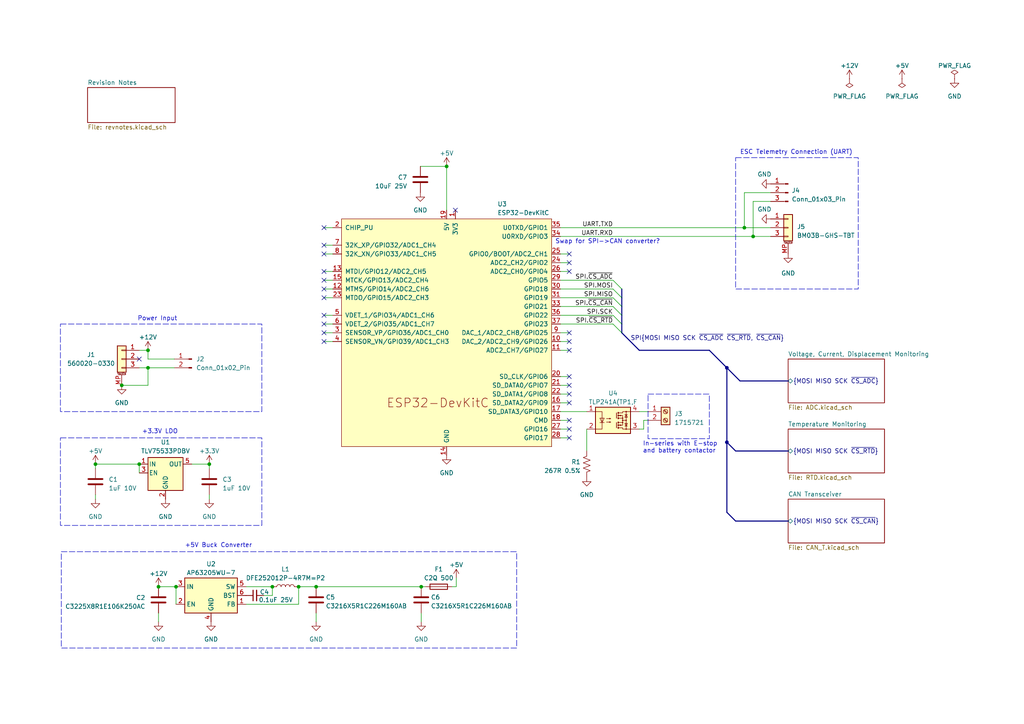
<source format=kicad_sch>
(kicad_sch (version 20230121) (generator eeschema)
  (paper "A4")
  (title_block (title "Test Stand Power Monitor") (date "2023-06-05") (rev "1.0") (comment 1 "Ed Katynski") (comment 2 "(PENDING REVIEW)"))
  (lib_symbols
    (symbol "Connector:Conn_01x02_Pin" (pin_names (offset 1.016) hide)
      (property "Reference" "J" (at 0 2.54 0))
      (property "Value" "Conn_01x02_Pin" (at 0 -5.08 0))
      (symbol "Conn_01x02_Pin_1_1"
        (polyline (pts (xy 1.27 -2.54) (xy 0.8636 -2.54)) (stroke (width 0.1524)))
        (polyline (pts (xy 1.27 0) (xy 0.8636 0)) (stroke (width 0.1524)))
        (rectangle (start 0.8636 -2.413) (end 0 -2.667) (stroke (width 0.1524)) (fill (type outline)))
        (rectangle (start 0.8636 0.127) (end 0 -0.127) (stroke (width 0.1524)) (fill (type outline)))
        (pin passive line (at 5.08 0 180) (length 3.81) (name "Pin_1") (number "1"))
        (pin passive line (at 5.08 -2.54 180) (length 3.81) (name "Pin_2") (number "2"))
      )
    )
    (symbol "Connector:Conn_01x03_Pin" (pin_names (offset 1.016) hide)
      (property "Reference" "J" (at 0 5.08 0))
      (property "Value" "Conn_01x03_Pin" (at 0 -5.08 0))
      (symbol "Conn_01x03_Pin_1_1"
        (polyline (pts (xy 1.27 -2.54) (xy 0.8636 -2.54)) (stroke (width 0.1524)))
        (polyline (pts (xy 1.27 0) (xy 0.8636 0)) (stroke (width 0.1524)))
        (polyline (pts (xy 1.27 2.54) (xy 0.8636 2.54)) (stroke (width 0.1524)))
        (rectangle (start 0.8636 -2.413) (end 0 -2.667) (stroke (width 0.1524)) (fill (type outline)))
        (rectangle (start 0.8636 0.127) (end 0 -0.127) (stroke (width 0.1524)) (fill (type outline)))
        (rectangle (start 0.8636 2.667) (end 0 2.413) (stroke (width 0.1524)) (fill (type outline)))
        (pin passive line (at 5.08 2.54 180) (length 3.81) (name "Pin_1") (number "1"))
        (pin passive line (at 5.08 0 180) (length 3.81) (name "Pin_2") (number "2"))
        (pin passive line (at 5.08 -2.54 180) (length 3.81) (name "Pin_3") (number "3"))
      )
    )
    (symbol "Connector:Screw_Terminal_01x02" (pin_names (offset 1.016) hide)
      (property "Reference" "J" (at 0 2.54 0))
      (property "Value" "Screw_Terminal_01x02" (at 0 -5.08 0))
      (symbol "Screw_Terminal_01x02_1_1"
        (rectangle (start -1.27 1.27) (end 1.27 -3.81) (stroke (width 0.254)) (fill (type background)))
        (circle (center 0 -2.54) (radius 0.635) (stroke (width 0.1524)))
        (polyline (pts (xy -0.5334 -2.2098) (xy 0.3302 -3.048)) (stroke (width 0.1524)))
        (polyline (pts (xy -0.5334 0.3302) (xy 0.3302 -0.508)) (stroke (width 0.1524)))
        (polyline (pts (xy -0.3556 -2.032) (xy 0.508 -2.8702)) (stroke (width 0.1524)))
        (polyline (pts (xy -0.3556 0.508) (xy 0.508 -0.3302)) (stroke (width 0.1524)))
        (circle (center 0 0) (radius 0.635) (stroke (width 0.1524)))
        (pin passive line (at -5.08 0 0) (length 3.81) (name "Pin_1") (number "1"))
        (pin passive line (at -5.08 -2.54 0) (length 3.81) (name "Pin_2") (number "2"))
      )
    )
    (symbol "Connector_Generic_MountingPin:Conn_01x03_MountingPin" (pin_names (offset 1.016) hide)
      (property "Reference" "J" (at 0 5.08 0))
      (property "Value" "Conn_01x03_MountingPin" (at 1.27 -5.08 0))
      (symbol "Conn_01x03_MountingPin_1_1"
        (rectangle (start -1.27 -2.413) (end 0 -2.667) (stroke (width 0.1524)))
        (rectangle (start -1.27 0.127) (end 0 -0.127) (stroke (width 0.1524)))
        (rectangle (start -1.27 2.667) (end 0 2.413) (stroke (width 0.1524)))
        (rectangle (start -1.27 3.81) (end 1.27 -3.81) (stroke (width 0.254)) (fill (type background)))
        (polyline (pts (xy -1.016 -4.572) (xy 1.016 -4.572)) (stroke (width 0.1524)))
        (text "Mounting" (at 0 -4.191 0) (effects (font (size 0.381 0.381))))
        (pin passive line (at -5.08 2.54 0) (length 3.81) (name "Pin_1") (number "1"))
        (pin passive line (at -5.08 0 0) (length 3.81) (name "Pin_2") (number "2"))
        (pin passive line (at -5.08 -2.54 0) (length 3.81) (name "Pin_3") (number "3"))
        (pin passive line (at 0 -7.62 90) (length 3.048) (name "MountPin") (number "MP"))
      )
    )
    (symbol "Device:C" (pin_numbers hide) (pin_names (offset 0.254))
      (property "Reference" "C" (at 0.635 2.54 0))
      (property "Value" "C" (at 0.635 -2.54 0))
      (symbol "C_0_1"
        (polyline (pts (xy -2.032 -0.762) (xy 2.032 -0.762)) (stroke (width 0.508)))
        (polyline (pts (xy -2.032 0.762) (xy 2.032 0.762)) (stroke (width 0.508)))
      )
      (symbol "C_1_1"
        (pin passive line (at 0 3.81 270) (length 2.794) (name "~") (number "1"))
        (pin passive line (at 0 -3.81 90) (length 2.794) (name "~") (number "2"))
      )
    )
    (symbol "Device:C_Small" (pin_numbers hide) (pin_names (offset 0.254) hide)
      (property "Reference" "C" (at 0.254 1.778 0))
      (property "Value" "C_Small" (at 0.254 -2.032 0))
      (symbol "C_Small_0_1"
        (polyline (pts (xy -1.524 -0.508) (xy 1.524 -0.508)) (stroke (width 0.3302)))
        (polyline (pts (xy -1.524 0.508) (xy 1.524 0.508)) (stroke (width 0.3048)))
      )
      (symbol "C_Small_1_1"
        (pin passive line (at 0 2.54 270) (length 2.032) (name "~") (number "1"))
        (pin passive line (at 0 -2.54 90) (length 2.032) (name "~") (number "2"))
      )
    )
    (symbol "Device:Fuse" (pin_numbers hide) (pin_names (offset 0))
      (property "Reference" "F" (at 2.032 0 90))
      (property "Value" "Fuse" (at -1.905 0 90))
      (symbol "Fuse_0_1"
        (rectangle (start -0.762 -2.54) (end 0.762 2.54) (stroke (width 0.254)))
        (polyline (pts (xy 0 2.54) (xy 0 -2.54)))
      )
      (symbol "Fuse_1_1"
        (pin passive line (at 0 3.81 270) (length 1.27) (name "~") (number "1"))
        (pin passive line (at 0 -3.81 90) (length 1.27) (name "~") (number "2"))
      )
    )
    (symbol "Device:L" (pin_numbers hide) (pin_names (offset 1.016) hide)
      (property "Reference" "L" (at -1.27 0 90))
      (property "Value" "L" (at 1.905 0 90))
      (symbol "L_0_1"
        (arc (start 0 -2.54) (mid 0.6323 -1.905) (end 0 -1.27))
        (arc (start 0 -1.27) (mid 0.6323 -0.635) (end 0 0))
        (arc (start 0 0) (mid 0.6323 0.635) (end 0 1.27))
        (arc (start 0 1.27) (mid 0.6323 1.905) (end 0 2.54))
      )
      (symbol "L_1_1"
        (pin passive line (at 0 3.81 270) (length 1.27) (name "1") (number "1"))
        (pin passive line (at 0 -3.81 90) (length 1.27) (name "2") (number "2"))
      )
    )
    (symbol "Device:R_US" (pin_numbers hide) (pin_names (offset 0))
      (property "Reference" "R" (at 2.54 0 90))
      (property "Value" "R_US" (at -2.54 0 90))
      (symbol "R_US_0_1"
        (polyline (pts (xy 0 -2.286) (xy 0 -2.54)))
        (polyline (pts (xy 0 2.286) (xy 0 2.54)))
        (polyline (pts (xy 0 -0.762) (xy 1.016 -1.143) (xy 0 -1.524) (xy -1.016 -1.905) (xy 0 -2.286)))
        (polyline (pts (xy 0 0.762) (xy 1.016 0.381) (xy 0 0) (xy -1.016 -0.381) (xy 0 -0.762)))
        (polyline (pts (xy 0 2.286) (xy 1.016 1.905) (xy 0 1.524) (xy -1.016 1.143) (xy 0 0.762)))
      )
      (symbol "R_US_1_1"
        (pin passive line (at 0 3.81 270) (length 1.27) (name "~") (number "1"))
        (pin passive line (at 0 -3.81 90) (length 1.27) (name "~") (number "2"))
      )
    )
    (symbol "Espressif:ESP32-DevKitC" (pin_names (offset 1.016))
      (property "Reference" "U" (at -30.48 38.1 0))
      (property "Value" "ESP32-DevKitC" (at -30.48 35.56 0))
      (symbol "ESP32-DevKitC_0_0"
        (text "ESP32-DevKitC" (at -2.54 -20.32 0) (effects (font (size 2.54 2.54))))
        (pin power_in line (at 0 -35.56 90) (length 2.54) (name "GND") (number "14"))
        (pin power_in line (at 0 35.56 270) (length 2.54) (name "5V") (number "19"))
      )
      (symbol "ESP32-DevKitC_0_1"
        (rectangle (start -30.48 33.02) (end 30.48 -33.02) (fill (type background)))
      )
      (symbol "ESP32-DevKitC_1_1"
        (pin power_in line (at 2.54 35.56 270) (length 2.54) (name "3V3") (number "1"))
        (pin bidirectional line (at 33.02 -2.54 180) (length 2.54) (name "DAC_2/ADC2_CH9/GPIO26") (number "10"))
        (pin bidirectional line (at 33.02 -5.08 180) (length 2.54) (name "ADC2_CH7/GPIO27") (number "11"))
        (pin bidirectional line (at -33.02 12.7 0) (length 2.54) (name "MTMS/GPIO14/ADC2_CH6") (number "12"))
        (pin bidirectional line (at -33.02 17.78 0) (length 2.54) (name "MTDI/GPIO12/ADC2_CH5") (number "13"))
        (pin bidirectional line (at -33.02 15.24 0) (length 2.54) (name "MTCK/GPIO13/ADC2_CH4") (number "15"))
        (pin bidirectional line (at 33.02 -20.32 180) (length 2.54) (name "SD_DATA2/GPIO9") (number "16"))
        (pin bidirectional line (at 33.02 -22.86 180) (length 2.54) (name "SD_DATA3/GPIO10") (number "17"))
        (pin bidirectional line (at 33.02 -25.4 180) (length 2.54) (name "CMD") (number "18"))
        (pin input line (at -33.02 30.48 0) (length 2.54) (name "CHIP_PU") (number "2"))
        (pin bidirectional line (at 33.02 -12.7 180) (length 2.54) (name "SD_CLK/GPIO6") (number "20"))
        (pin bidirectional line (at 33.02 -15.24 180) (length 2.54) (name "SD_DATA0/GPIO7") (number "21"))
        (pin bidirectional line (at 33.02 -17.78 180) (length 2.54) (name "SD_DATA1/GPIO8") (number "22"))
        (pin bidirectional line (at -33.02 10.16 0) (length 2.54) (name "MTDO/GPIO15/ADC2_CH3") (number "23"))
        (pin bidirectional line (at 33.02 20.32 180) (length 2.54) (name "ADC2_CH2/GPIO2") (number "24"))
        (pin bidirectional line (at 33.02 22.86 180) (length 2.54) (name "GPIO0/BOOT/ADC2_CH1") (number "25"))
        (pin bidirectional line (at 33.02 17.78 180) (length 2.54) (name "ADC2_CH0/GPIO4") (number "26"))
        (pin bidirectional line (at 33.02 -27.94 180) (length 2.54) (name "GPIO16") (number "27"))
        (pin bidirectional line (at 33.02 -30.48 180) (length 2.54) (name "GPIO17") (number "28"))
        (pin bidirectional line (at 33.02 15.24 180) (length 2.54) (name "GPIO5") (number "29"))
        (pin input line (at -33.02 0 0) (length 2.54) (name "SENSOR_VP/GPIO36/ADC1_CH0") (number "3"))
        (pin bidirectional line (at 33.02 12.7 180) (length 2.54) (name "GPIO18") (number "30"))
        (pin bidirectional line (at 33.02 10.16 180) (length 2.54) (name "GPIO19") (number "31"))
        (pin passive line (at 0 -35.56 90) (length 2.54) hide (name "GND") (number "32"))
        (pin bidirectional line (at 33.02 7.62 180) (length 2.54) (name "GPIO21") (number "33"))
        (pin bidirectional line (at 33.02 27.94 180) (length 2.54) (name "U0RXD/GPIO3") (number "34"))
        (pin bidirectional line (at 33.02 30.48 180) (length 2.54) (name "U0TXD/GPIO1") (number "35"))
        (pin bidirectional line (at 33.02 5.08 180) (length 2.54) (name "GPIO22") (number "36"))
        (pin bidirectional line (at 33.02 2.54 180) (length 2.54) (name "GPIO23") (number "37"))
        (pin passive line (at 0 -35.56 90) (length 2.54) hide (name "GND") (number "38"))
        (pin input line (at -33.02 -2.54 0) (length 2.54) (name "SENSOR_VN/GPIO39/ADC1_CH3") (number "4"))
        (pin input line (at -33.02 5.08 0) (length 2.54) (name "VDET_1/GPIO34/ADC1_CH6") (number "5"))
        (pin input line (at -33.02 2.54 0) (length 2.54) (name "VDET_2/GPIO35/ADC1_CH7") (number "6"))
        (pin bidirectional line (at -33.02 25.4 0) (length 2.54) (name "32K_XP/GPIO32/ADC1_CH4") (number "7"))
        (pin bidirectional line (at -33.02 22.86 0) (length 2.54) (name "32K_XN/GPIO33/ADC1_CH5") (number "8"))
        (pin bidirectional line (at 33.02 0 180) (length 2.54) (name "DAC_1/ADC2_CH8/GPIO25") (number "9"))
      )
    )
    (symbol "Regulator_Linear:TLV75533PDBV" (pin_names (offset 0.254))
      (property "Reference" "U" (at -3.81 5.715 0))
      (property "Value" "TLV75533PDBV" (at 0 5.715 0))
      (symbol "TLV75533PDBV_0_1"
        (rectangle (start -5.08 4.445) (end 5.08 -5.08) (stroke (width 0.254)) (fill (type background)))
      )
      (symbol "TLV75533PDBV_1_1"
        (pin power_in line (at -7.62 2.54 0) (length 2.54) (name "IN") (number "1"))
        (pin power_in line (at 0 -7.62 90) (length 2.54) (name "GND") (number "2"))
        (pin input line (at -7.62 0 0) (length 2.54) (name "EN") (number "3"))
        (pin no_connect line (at 5.08 0 180) (length 2.54) hide (name "NC") (number "4"))
        (pin power_out line (at 7.62 2.54 180) (length 2.54) (name "OUT") (number "5"))
      )
    )
    (symbol "Regulator_Switching:AP63205WU"
      (property "Reference" "U" (at -7.62 6.35 0))
      (property "Value" "AP63205WU" (at 2.54 6.35 0))
      (symbol "AP63205WU_0_1"
        (rectangle (start -7.62 5.08) (end 7.62 -5.08) (stroke (width 0.254)) (fill (type background)))
      )
      (symbol "AP63205WU_1_1"
        (pin input line (at 10.16 -2.54 180) (length 2.54) (name "FB") (number "1"))
        (pin input line (at -10.16 -2.54 0) (length 2.54) (name "EN") (number "2"))
        (pin power_in line (at -10.16 2.54 0) (length 2.54) (name "IN") (number "3"))
        (pin power_in line (at 0 -7.62 90) (length 2.54) (name "GND") (number "4"))
        (pin output line (at 10.16 2.54 180) (length 2.54) (name "SW") (number "5"))
        (pin passive line (at 10.16 0 180) (length 2.54) (name "BST") (number "6"))
      )
    )
    (symbol "Relay_SolidState:TLP222A"
      (property "Reference" "U" (at -5.08 5.08 0))
      (property "Value" "TLP222A" (at 0 5.08 0))
      (symbol "TLP222A_0_1"
        (rectangle (start -5.08 3.81) (end 5.08 -3.81) (stroke (width 0.254)) (fill (type background)))
        (polyline (pts (xy -3.81 -0.635) (xy -2.54 -0.635)))
        (polyline (pts (xy 1.016 -0.635) (xy 1.016 -2.159)) (stroke (width 0.2032)))
        (polyline (pts (xy 1.016 2.159) (xy 1.016 0.635)) (stroke (width 0.2032)))
        (polyline (pts (xy 1.524 -0.508) (xy 1.524 -0.762)) (stroke (width 0.3556)))
        (polyline (pts (xy 2.794 0) (xy 3.81 0)))
        (polyline (pts (xy 3.429 -1.651) (xy 4.191 -1.651)))
        (polyline (pts (xy 3.429 1.651) (xy 4.191 1.651)))
        (polyline (pts (xy 3.81 -2.54) (xy 3.81 2.54)))
        (polyline (pts (xy 1.524 -2.032) (xy 1.524 -2.286) (xy 1.524 -2.286)) (stroke (width 0.3556)))
        (polyline (pts (xy 1.524 -1.27) (xy 1.524 -1.524) (xy 1.524 -1.524)) (stroke (width 0.3556)))
        (polyline (pts (xy 1.524 0.762) (xy 1.524 0.508) (xy 1.524 0.508)) (stroke (width 0.3556)))
        (polyline (pts (xy 1.524 1.524) (xy 1.524 1.27) (xy 1.524 1.27)) (stroke (width 0.3556)))
        (polyline (pts (xy 1.524 2.286) (xy 1.524 2.032) (xy 1.524 2.032)) (stroke (width 0.3556)))
        (polyline (pts (xy 1.651 -1.397) (xy 2.794 -1.397) (xy 2.794 -0.635)))
        (polyline (pts (xy 1.651 1.397) (xy 2.794 1.397) (xy 2.794 0.635)))
        (polyline (pts (xy -5.08 2.54) (xy -3.175 2.54) (xy -3.175 -2.54) (xy -5.08 -2.54)))
        (polyline (pts (xy -3.175 -0.635) (xy -3.81 0.635) (xy -2.54 0.635) (xy -3.175 -0.635)))
        (polyline (pts (xy 1.651 -2.159) (xy 2.794 -2.159) (xy 2.794 -2.54) (xy 5.08 -2.54)))
        (polyline (pts (xy 1.651 -0.635) (xy 2.794 -0.635) (xy 2.794 0.635) (xy 1.651 0.635)))
        (polyline (pts (xy 1.651 2.159) (xy 2.794 2.159) (xy 2.794 2.54) (xy 5.08 2.54)))
        (polyline (pts (xy 1.778 -1.397) (xy 2.286 -1.27) (xy 2.286 -1.524) (xy 1.778 -1.397)))
        (polyline (pts (xy 1.778 1.397) (xy 2.286 1.524) (xy 2.286 1.27) (xy 1.778 1.397)))
        (polyline (pts (xy 3.81 -1.651) (xy 3.429 -0.889) (xy 4.191 -0.889) (xy 3.81 -1.651)))
        (polyline (pts (xy 3.81 1.651) (xy 3.429 0.889) (xy 4.191 0.889) (xy 3.81 1.651)))
        (polyline (pts (xy -1.905 -0.508) (xy -0.635 -0.508) (xy -1.016 -0.635) (xy -1.016 -0.381) (xy -0.635 -0.508)))
        (polyline (pts (xy -1.905 0.508) (xy -0.635 0.508) (xy -1.016 0.381) (xy -1.016 0.635) (xy -0.635 0.508)))
        (circle (center 2.794 -0.635) (radius 0.127))
        (circle (center 2.794 0) (radius 0.127))
        (circle (center 2.794 0.635) (radius 0.127))
        (circle (center 3.81 -2.54) (radius 0.127))
        (circle (center 3.81 0) (radius 0.127))
        (circle (center 3.81 2.54) (radius 0.127))
      )
      (symbol "TLP222A_1_1"
        (pin passive line (at -7.62 2.54 0) (length 2.54) (name "~") (number "1"))
        (pin passive line (at -7.62 -2.54 0) (length 2.54) (name "~") (number "2"))
        (pin passive line (at 7.62 -2.54 180) (length 2.54) (name "~") (number "3"))
        (pin passive line (at 7.62 2.54 180) (length 2.54) (name "~") (number "4"))
      )
    )
    (symbol "power:+12V" (power) (pin_names (offset 0))
      (property "Value" "+12V" (at 0 3.556 0))
      (symbol "+12V_0_1"
        (polyline (pts (xy -0.762 1.27) (xy 0 2.54)))
        (polyline (pts (xy 0 0) (xy 0 2.54)))
        (polyline (pts (xy 0 2.54) (xy 0.762 1.27)))
      )
      (symbol "+12V_1_1"
        (pin power_in line (at 0 0 90) (length 0) hide (name "+12V") (number "1"))
      )
    )
    (symbol "power:+3.3V" (power) (pin_names (offset 0))
      (property "Value" "+3.3V" (at 0 3.556 0))
      (symbol "+3.3V_0_1"
        (polyline (pts (xy -0.762 1.27) (xy 0 2.54)))
        (polyline (pts (xy 0 0) (xy 0 2.54)))
        (polyline (pts (xy 0 2.54) (xy 0.762 1.27)))
      )
      (symbol "+3.3V_1_1"
        (pin power_in line (at 0 0 90) (length 0) hide (name "+3.3V") (number "1"))
      )
    )
    (symbol "power:+5V" (power) (pin_names (offset 0))
      (property "Value" "+5V" (at 0 3.556 0))
      (symbol "+5V_0_1"
        (polyline (pts (xy -0.762 1.27) (xy 0 2.54)))
        (polyline (pts (xy 0 0) (xy 0 2.54)))
        (polyline (pts (xy 0 2.54) (xy 0.762 1.27)))
      )
      (symbol "+5V_1_1"
        (pin power_in line (at 0 0 90) (length 0) hide (name "+5V") (number "1"))
      )
    )
    (symbol "power:GND" (power) (pin_names (offset 0))
      (property "Value" "GND" (at 0 -3.81 0))
      (symbol "GND_0_1"
        (polyline (pts (xy 0 0) (xy 0 -1.27) (xy 1.27 -1.27) (xy 0 -2.54) (xy -1.27 -1.27) (xy 0 -1.27)))
      )
      (symbol "GND_1_1"
        (pin power_in line (at 0 0 270) (length 0) hide (name "GND") (number "1"))
      )
    )
    (symbol "power:PWR_FLAG" (power) (pin_numbers hide) (pin_names (offset 0) hide)
      (property "Value" "PWR_FLAG" (at 0 3.81 0))
      (symbol "PWR_FLAG_0_0"
        (pin power_out line (at 0 0 90) (length 0) (name "pwr") (number "1"))
      )
      (symbol "PWR_FLAG_0_1"
        (polyline (pts (xy 0 0) (xy 0 1.27) (xy -1.016 1.905) (xy 0 2.54) (xy 1.016 1.905) (xy 0 1.27)))
      )
    )
  )
  (junction (at 27.686 134.62))
  (junction (at 42.926 106.68))
  (junction (at 210.82 128.27))
  (junction (at 91.694 170.18))
  (junction (at 218.44 68.58))
  (junction (at 215.9 66.04))
  (junction (at 42.926 101.6))
  (junction (at 40.386 134.62))
  (junction (at 129.54 48.26))
  (junction (at 78.994 170.18))
  (junction (at 35.306 111.76))
  (junction (at 210.82 106.68))
  (junction (at 60.706 134.62))
  (junction (at 45.974 170.18))
  (junction (at 86.614 170.18))
  (junction (at 122.174 170.18))
  (junction (at 51.054 170.18))
  (no_connect (at 165.1 114.3))
  (no_connect (at 93.98 73.66))
  (no_connect (at 132.08 60.96))
  (no_connect (at 165.1 76.2))
  (no_connect (at 165.1 124.46))
  (no_connect (at 93.98 83.82))
  (no_connect (at 93.98 91.44))
  (no_connect (at 165.1 111.76))
  (no_connect (at 93.98 99.06))
  (no_connect (at 165.1 127))
  (no_connect (at 165.1 73.66))
  (no_connect (at 165.1 109.22))
  (no_connect (at 40.386 104.14))
  (no_connect (at 165.1 101.6))
  (no_connect (at 165.1 96.52))
  (no_connect (at 93.98 66.04))
  (no_connect (at 93.98 78.74))
  (no_connect (at 93.98 81.28))
  (no_connect (at 93.98 96.52))
  (no_connect (at 93.98 93.98))
  (no_connect (at 93.98 86.36))
  (no_connect (at 165.1 116.84))
  (no_connect (at 165.1 121.92))
  (no_connect (at 165.1 78.74))
  (no_connect (at 165.1 99.06))
  (no_connect (at 93.98 71.12))
  (bus_entry (at 177.8 93.98) (size 2.54 2.54))
  (bus_entry (at 177.8 91.44) (size 2.54 2.54))
  (bus_entry (at 177.8 88.9) (size 2.54 2.54))
  (bus_entry (at 177.8 81.28) (size 2.54 2.54))
  (bus_entry (at 177.8 83.82) (size 2.54 2.54))
  (bus_entry (at 177.8 86.36) (size 2.54 2.54))
  (bus (pts (xy 205.74 101.6) (xy 210.82 106.68)))
  (wire (pts (xy 93.98 99.06) (xy 96.52 99.06)))
  (wire (pts (xy 42.926 106.68) (xy 50.546 106.68)))
  (bus (pts (xy 213.36 130.81) (xy 210.82 128.27)))
  (wire (pts (xy 76.454 172.72) (xy 78.994 172.72)))
  (wire (pts (xy 86.614 170.18) (xy 91.694 170.18)))
  (wire (pts (xy 40.386 134.62) (xy 40.386 137.16)))
  (wire (pts (xy 27.686 134.62) (xy 40.386 134.62)))
  (bus (pts (xy 213.36 151.13) (xy 228.6 151.13)))
  (bus (pts (xy 185.42 101.6) (xy 205.74 101.6)))
  (wire (pts (xy 42.926 106.68) (xy 42.926 111.76)))
  (wire (pts (xy 55.626 134.62) (xy 60.706 134.62)))
  (wire (pts (xy 27.686 144.78) (xy 27.686 143.51)))
  (bus (pts (xy 210.82 106.68) (xy 214.63 110.49)))
  (wire (pts (xy 162.56 93.98) (xy 177.8 93.98)))
  (wire (pts (xy 93.98 66.04) (xy 96.52 66.04)))
  (wire (pts (xy 186.69 124.46) (xy 185.42 124.46)))
  (wire (pts (xy 162.56 88.9) (xy 177.8 88.9)))
  (wire (pts (xy 42.926 104.14) (xy 50.546 104.14)))
  (bus (pts (xy 180.34 93.98) (xy 180.34 96.52)))
  (bus (pts (xy 210.82 106.68) (xy 210.82 128.27)))
  (bus (pts (xy 210.82 148.59) (xy 213.36 151.13)))
  (wire (pts (xy 162.56 66.04) (xy 215.9 66.04)))
  (wire (pts (xy 165.1 116.84) (xy 162.56 116.84)))
  (wire (pts (xy 93.98 81.28) (xy 96.52 81.28)))
  (wire (pts (xy 42.926 106.68) (xy 40.386 106.68)))
  (wire (pts (xy 78.994 170.18) (xy 71.374 170.18)))
  (wire (pts (xy 218.44 68.58) (xy 223.52 68.58)))
  (wire (pts (xy 215.9 55.88) (xy 215.9 66.04)))
  (wire (pts (xy 60.706 144.78) (xy 60.706 143.51)))
  (wire (pts (xy 93.98 86.36) (xy 96.52 86.36)))
  (wire (pts (xy 162.56 68.58) (xy 218.44 68.58)))
  (bus (pts (xy 228.6 130.81) (xy 213.36 130.81)))
  (bus (pts (xy 180.34 83.82) (xy 180.34 86.36)))
  (wire (pts (xy 129.54 60.96) (xy 129.54 48.26)))
  (wire (pts (xy 185.42 119.38) (xy 187.96 119.38)))
  (bus (pts (xy 180.34 86.36) (xy 180.34 88.9)))
  (wire (pts (xy 218.44 58.42) (xy 218.44 68.58)))
  (wire (pts (xy 165.1 124.46) (xy 162.56 124.46)))
  (wire (pts (xy 162.56 119.38) (xy 170.18 119.38)))
  (wire (pts (xy 165.1 121.92) (xy 162.56 121.92)))
  (wire (pts (xy 122.174 180.34) (xy 122.174 177.8)))
  (wire (pts (xy 165.1 78.74) (xy 162.56 78.74)))
  (wire (pts (xy 186.69 121.92) (xy 186.69 124.46)))
  (wire (pts (xy 215.9 55.88) (xy 223.52 55.88)))
  (wire (pts (xy 165.1 73.66) (xy 162.56 73.66)))
  (wire (pts (xy 165.1 111.76) (xy 162.56 111.76)))
  (wire (pts (xy 27.686 135.89) (xy 27.686 134.62)))
  (wire (pts (xy 42.926 101.6) (xy 42.926 104.14)))
  (wire (pts (xy 187.96 121.92) (xy 186.69 121.92)))
  (wire (pts (xy 162.56 86.36) (xy 177.8 86.36)))
  (wire (pts (xy 162.56 81.28) (xy 177.8 81.28)))
  (bus (pts (xy 228.6 110.49) (xy 214.63 110.49)))
  (wire (pts (xy 165.1 96.52) (xy 162.56 96.52)))
  (wire (pts (xy 215.9 66.04) (xy 223.52 66.04)))
  (wire (pts (xy 122.174 170.18) (xy 123.444 170.18)))
  (wire (pts (xy 132.334 170.18) (xy 131.064 170.18)))
  (wire (pts (xy 165.1 76.2) (xy 162.56 76.2)))
  (wire (pts (xy 45.974 180.34) (xy 45.974 177.8)))
  (wire (pts (xy 165.1 99.06) (xy 162.56 99.06)))
  (wire (pts (xy 132.334 167.64) (xy 132.334 170.18)))
  (wire (pts (xy 162.56 91.44) (xy 177.8 91.44)))
  (wire (pts (xy 93.98 73.66) (xy 96.52 73.66)))
  (wire (pts (xy 91.694 180.34) (xy 91.694 177.8)))
  (wire (pts (xy 91.694 170.18) (xy 122.174 170.18)))
  (wire (pts (xy 93.98 78.74) (xy 96.52 78.74)))
  (bus (pts (xy 180.34 96.52) (xy 185.42 101.6)))
  (wire (pts (xy 165.1 101.6) (xy 162.56 101.6)))
  (wire (pts (xy 86.614 175.26) (xy 86.614 170.18)))
  (bus (pts (xy 210.82 128.27) (xy 210.82 148.59)))
  (wire (pts (xy 165.1 127) (xy 162.56 127)))
  (wire (pts (xy 40.386 101.6) (xy 42.926 101.6)))
  (wire (pts (xy 71.374 175.26) (xy 86.614 175.26)))
  (bus (pts (xy 180.34 88.9) (xy 180.34 91.44)))
  (wire (pts (xy 129.54 48.26) (xy 121.92 48.26)))
  (wire (pts (xy 93.98 91.44) (xy 96.52 91.44)))
  (wire (pts (xy 35.306 111.76) (xy 42.926 111.76)))
  (bus (pts (xy 180.34 91.44) (xy 180.34 93.98)))
  (wire (pts (xy 51.054 170.18) (xy 51.054 175.26)))
  (wire (pts (xy 165.1 114.3) (xy 162.56 114.3)))
  (wire (pts (xy 78.994 172.72) (xy 78.994 170.18)))
  (wire (pts (xy 170.18 130.81) (xy 170.18 124.46)))
  (wire (pts (xy 162.56 83.82) (xy 177.8 83.82)))
  (wire (pts (xy 165.1 109.22) (xy 162.56 109.22)))
  (wire (pts (xy 218.44 58.42) (xy 223.52 58.42)))
  (wire (pts (xy 60.706 134.62) (xy 60.706 135.89)))
  (wire (pts (xy 93.98 93.98) (xy 96.52 93.98)))
  (wire (pts (xy 45.974 170.18) (xy 51.054 170.18)))
  (wire (pts (xy 93.98 96.52) (xy 96.52 96.52)))
  (wire (pts (xy 93.98 71.12) (xy 96.52 71.12)))
  (wire (pts (xy 93.98 83.82) (xy 96.52 83.82)))
  (rectangle (start 213.36 45.72) (end 248.92 83.82) (stroke (width 0) (type dash)))
  (rectangle (start 17.526 93.98) (end 75.946 119.38) (stroke (width 0) (type dash)))
  (rectangle (start 17.526 127) (end 75.946 152.4) (stroke (width 0) (type dash)))
  (rectangle (start 17.78 160.02) (end 149.86 187.96) (stroke (width 0) (type dash)))
  (rectangle (start 187.96 114.3) (end 205.74 127.254) (stroke (width 0) (type dash)))
  (text "In-series with E-stop\nand battery contactor" (at 186.436 131.572 0) (effects (font (size 1.27 1.27)) (justify left bottom)))
  (text "Power Input" (at 39.878 93.218 0) (effects (font (size 1.27 1.27)) (justify left bottom)))
  (text "+3.3V LDO" (at 41.148 125.984 0) (effects (font (size 1.27 1.27)) (justify left bottom)))
  (text "ESC Telemetry Connection (UART)" (at 214.63 44.958 0) (effects (font (size 1.27 1.27)) (justify left bottom)))
  (text "+5V Buck Converter" (at 53.594 159.004 0) (effects (font (size 1.27 1.27)) (justify left bottom)))
  (text "Swap for SPI->CAN converter?" (at 161.036 70.866 0) (effects (font (size 1.27 1.27)) (justify left bottom)))
  (label "SPI.~{CS_ADC}" (at 177.8 81.28 180))
  (label "SPI.~{CS_CAN}" (at 177.8 88.9 180))
  (label "SPI.SCK" (at 177.8 91.44 180))
  (label "SPI.~{CS_RTD}" (at 177.8 93.98 180))
  (label "UART.RXD" (at 177.8 68.58 180))
  (label "UART.TXD" (at 177.8 66.04 180))
  (label "SPI{MOSI MISO SCK ~{CS_ADC} ~{CS_RTD}, ~{CS_CAN}}" (at 182.88 99.06 0))
  (label "SPI.MOSI" (at 177.8 83.82 180))
  (label "SPI.MISO" (at 177.8 86.36 180))
  (symbol (lib_id "power:PWR_FLAG") (at 246.38 22.86 0) (mirror x) (unit 1)
    (property "Reference" "#FLG01" (effects hide))
    (property "Value" "PWR_FLAG" (at 246.38 27.94 0))
  )
  (symbol (lib_id "Device:C") (at 121.92 52.07 0) (mirror y) (unit 1)
    (property "Reference" "C7" (at 118.11 51.435 0) (effects (justify left)))
    (property "Value" "10uF 25V" (at 118.11 53.975 0) (effects (justify left)))
    (property "Footprint" "Capacitor_SMD:C_0603_1608Metric_Pad1.08x0.95mm_HandSolder" (effects hide))
  )
  (symbol (lib_id "Connector_Generic_MountingPin:Conn_01x03_MountingPin") (at 228.6 66.04 0) (unit 1)
    (property "Reference" "J5" (at 231.14 65.7606 0) (effects (justify left)))
    (property "Value" "BM03B-GHS-TBT" (at 231.14 68.3006 0) (effects (justify left)))
    (property "Footprint" "Connector_JST:JST_GH_BM03B-GHS-TBT_1x03-1MP_P1.25mm_Vertical" (effects hide))
    (property "Datasheet" "https://www.jst-mfg.com/product/pdf/eng/eGH.pdf" (effects hide))
  )
  (symbol (lib_id "power:GND") (at 61.214 180.34 0) (unit 1)
    (property "Reference" "#PWR08" (effects hide))
    (property "Value" "GND" (at 61.214 185.42 0))
  )
  (symbol (lib_id "Device:C_Small") (at 73.914 172.72 90) (unit 1)
    (property "Reference" "C4" (at 76.708 171.704 90))
    (property "Value" "0.1uF 25V" (at 80.01 173.99 90))
    (property "Footprint" "Capacitor_SMD:C_0402_1005Metric_Pad0.74x0.62mm_HandSolder" (effects hide))
  )
  (symbol (lib_id "Device:L") (at 82.804 170.18 90) (unit 1)
    (property "Reference" "L1" (at 82.804 165.1 90))
    (property "Value" "DFE252012P-4R7M=P2" (at 82.804 167.64 90))
    (property "Footprint" "Inductor_SMD:L_1008_2520Metric_Pad1.43x2.20mm_HandSolder" (effects hide))
    (property "Datasheet" "https://www.murata.com/~/media/webrenewal/products/inductor/chip/tokoproducts/wirewoundmetalalloychiptype/m_dfe252012p.ashx" (effects hide))
  )
  (symbol (lib_id "Device:C") (at 122.174 173.99 0) (unit 1)
    (property "Reference" "C6" (at 124.968 173.228 0) (effects (justify left)))
    (property "Value" "C3216X5R1C226M160AB" (at 124.968 175.768 0) (effects (justify left)))
    (property "Footprint" "Capacitor_SMD:C_1206_3216Metric" (effects hide))
    (property "Datasheet" "https://product.tdk.com/system/files/dam/doc/product/capacitor/ceramic/mlcc/catalog/mlcc_commercial_general_en.pdf" (effects hide))
  )
  (symbol (lib_id "Device:R_US") (at 170.18 134.62 0) (mirror y) (unit 1)
    (property "Reference" "R1" (at 168.402 133.985 0) (effects (justify left)))
    (property "Value" "267R 0.5%" (at 168.402 136.525 0) (effects (justify left)))
    (property "Footprint" "Resistor_SMD:R_0402_1005Metric_Pad0.72x0.64mm_HandSolder" (effects hide))
  )
  (symbol (lib_id "power:GND") (at 48.006 144.78 0) (unit 1)
    (property "Reference" "#PWR07" (effects hide))
    (property "Value" "GND" (at 48.006 149.86 0))
  )
  (symbol (lib_id "power:PWR_FLAG") (at 261.62 22.86 0) (mirror x) (unit 1)
    (property "Reference" "#FLG02" (effects hide))
    (property "Value" "PWR_FLAG" (at 261.62 27.94 0))
  )
  (symbol (lib_id "power:GND") (at 121.92 55.88 0) (unit 1)
    (property "Reference" "#PWR014" (effects hide))
    (property "Value" "GND" (at 121.92 60.96 0))
  )
  (symbol (lib_id "Connector:Conn_01x03_Pin") (at 228.6 55.88 0) (mirror y) (unit 1)
    (property "Reference" "J4" (at 229.616 55.245 0) (effects (justify right)))
    (property "Value" "Conn_01x03_Pin" (at 229.616 57.785 0) (effects (justify right)))
    (property "Footprint" "Connector_PinHeader_2.54mm:PinHeader_1x03_P2.54mm_Vertical" (effects hide))
  )
  (symbol (lib_id "Regulator_Switching:AP63205WU") (at 61.214 172.72 0) (unit 1)
    (property "Reference" "U2" (at 61.214 163.576 0))
    (property "Value" "AP63205WU-7" (at 61.214 166.116 0))
    (property "Footprint" "Package_TO_SOT_SMD:TSOT-23-6" (effects hide))
    (property "Datasheet" "https://www.diodes.com/assets/Datasheets/AP63200-AP63201-AP63203-AP63205.pdf" (effects hide))
  )
  (symbol (lib_id "power:+5V") (at 132.334 167.64 0) (unit 1)
    (property "Reference" "#PWR013" (effects hide))
    (property "Value" "+5V" (at 132.334 163.83 0))
  )
  (symbol (lib_id "power:GND") (at 228.6 73.66 0) (unit 1)
    (property "Reference" "#PWR020" (effects hide))
    (property "Value" "GND" (at 228.6 79.248 0))
  )
  (symbol (lib_id "Connector_Generic_MountingPin:Conn_01x03_MountingPin") (at 35.306 104.14 0) (mirror y) (unit 1)
    (property "Reference" "J1" (at 26.416 102.87 0))
    (property "Value" "560020-0330" (at 26.416 105.41 0))
    (property "Footprint" "connector:MOLEX_5600200330" (effects hide))
    (property "Datasheet" "https://www.literature.molex.com/SQLImages/kelmscott/Molex/PDF_Images/987650-8742.PDF" (effects hide))
  )
  (symbol (lib_id "Device:Fuse") (at 127.254 170.18 90) (unit 1)
    (property "Reference" "F1" (at 127.254 165.1 90))
    (property "Value" "C2Q 500" (at 127.254 167.64 90))
    (property "Footprint" "Fuse:Fuse_0603_1608Metric" (effects hide))
    (property "Datasheet" "https://www.belfuse.com/resources/datasheets/circuitprotection/ds-cp-c2q-series.pdf" (effects hide))
  )
  (symbol (lib_id "power:+3.3V") (at 60.706 134.62 0) (unit 1)
    (property "Reference" "#PWR09" (effects hide))
    (property "Value" "+3.3V" (at 60.706 130.81 0))
  )
  (symbol (lib_id "Device:C") (at 45.974 173.99 0) (mirror y) (unit 1)
    (property "Reference" "C2" (at 42.164 173.355 0) (effects (justify left)))
    (property "Value" "C3225X8R1E106K250AC" (at 42.164 175.895 0) (effects (justify left)))
    (property "Footprint" "Capacitor_SMD:C_1210_3225Metric" (effects hide))
    (property "Datasheet" "https://product.tdk.com/system/files/dam/doc/product/capacitor/ceramic/mlcc/catalog/mlcc_commercial_hightemp_en.pdf" (effects hide))
  )
  (symbol (lib_id "power:+5V") (at 27.686 134.62 0) (unit 1)
    (property "Reference" "#PWR01" (effects hide))
    (property "Value" "+5V" (at 27.686 130.81 0))
  )
  (symbol (lib_id "power:GND") (at 223.52 63.5 270) (unit 1)
    (property "Reference" "#PWR019" (effects hide))
    (property "Value" "GND" (at 223.774 60.706 90) (effects (justify right)))
  )
  (symbol (lib_id "power:+12V") (at 246.38 22.86 0) (unit 1)
    (property "Reference" "#PWR021" (effects hide))
    (property "Value" "+12V" (at 246.38 19.05 0))
  )
  (symbol (lib_id "Device:C") (at 60.706 139.7 0) (unit 1)
    (property "Reference" "C3" (at 64.516 139.065 0) (effects (justify left)))
    (property "Value" "1uF 10V" (at 64.516 141.605 0) (effects (justify left)))
    (property "Footprint" "Capacitor_SMD:C_0603_1608Metric_Pad1.08x0.95mm_HandSolder" (effects hide))
  )
  (symbol (lib_id "Connector:Conn_01x02_Pin") (at 55.626 104.14 0) (mirror y) (unit 1)
    (property "Reference" "J2" (at 56.896 104.14 0) (effects (justify right)))
    (property "Value" "Conn_01x02_Pin" (at 56.896 106.68 0) (effects (justify right)))
    (property "Footprint" "Connector_PinHeader_2.54mm:PinHeader_1x02_P2.54mm_Vertical" (effects hide))
  )
  (symbol (lib_id "Espressif:ESP32-DevKitC") (at 129.54 96.52 0) (unit 1)
    (property "Reference" "U3" (at 144.272 59.182 0) (effects (justify left)))
    (property "Value" "ESP32-DevKitC" (at 144.272 61.722 0) (effects (justify left)))
    (property "Footprint" "Espressif:ESP32-DevKitC" (effects hide))
    (property "Datasheet" "https://docs.espressif.com/projects/esp-idf/zh_CN/latest/esp32/hw-reference/esp32/get-started-devkitc.html" (effects hide))
  )
  (symbol (lib_id "power:GND") (at 60.706 144.78 0) (unit 1)
    (property "Reference" "#PWR010" (effects hide))
    (property "Value" "GND" (at 60.706 149.86 0))
  )
  (symbol (lib_id "power:GND") (at 35.306 111.76 0) (unit 1)
    (property "Reference" "#PWR05" (effects hide))
    (property "Value" "GND" (at 35.306 116.84 0))
  )
  (symbol (lib_id "power:+12V") (at 42.926 101.6 0) (unit 1)
    (property "Reference" "#PWR06" (effects hide))
    (property "Value" "+12V" (at 42.926 97.79 0))
  )
  (symbol (lib_id "Regulator_Linear:TLV75533PDBV") (at 48.006 137.16 0) (unit 1)
    (property "Reference" "U1" (at 48.006 128.27 0))
    (property "Value" "TLV75533PDBV" (at 48.006 130.81 0))
    (property "Footprint" "Package_TO_SOT_SMD:SOT-23-5" (effects hide))
    (property "Datasheet" "http://www.ti.com/lit/ds/symlink/tlv755p.pdf" (effects hide))
  )
  (symbol (lib_id "power:GND") (at 27.686 144.78 0) (unit 1)
    (property "Reference" "#PWR02" (effects hide))
    (property "Value" "GND" (at 27.686 149.86 0))
  )
  (symbol (lib_id "power:GND") (at 276.86 22.86 0) (unit 1)
    (property "Reference" "#PWR023" (effects hide))
    (property "Value" "GND" (at 276.86 27.94 0))
  )
  (symbol (lib_id "power:+12V") (at 45.974 170.18 0) (unit 1)
    (property "Reference" "#PWR03" (effects hide))
    (property "Value" "+12V" (at 45.974 166.37 0))
  )
  (symbol (lib_id "Relay_SolidState:TLP222A") (at 177.8 121.92 0) (unit 1)
    (property "Reference" "U4" (at 177.8 114.046 0))
    (property "Value" "TLP241A(TP1,F" (at 177.8 116.586 0))
    (property "Footprint" "OptoDevice:OnSemi_CASE100CY" (effects hide))
    (property "Datasheet" "https://toshiba.semicon-storage.com/info/TLP241A_datasheet_en_20200217.pdf?did=14237&prodName=TLP241A" (effects hide))
  )
  (symbol (lib_id "power:PWR_FLAG") (at 276.86 22.86 0) (unit 1)
    (property "Reference" "#FLG03" (effects hide))
    (property "Value" "PWR_FLAG" (at 276.86 19.05 0))
  )
  (symbol (lib_id "power:+5V") (at 129.54 48.26 0) (unit 1)
    (property "Reference" "#PWR015" (effects hide))
    (property "Value" "+5V" (at 129.54 44.45 0))
  )
  (symbol (lib_id "Device:C") (at 91.694 173.99 0) (unit 1)
    (property "Reference" "C5" (at 94.488 173.228 0) (effects (justify left)))
    (property "Value" "C3216X5R1C226M160AB" (at 94.488 175.768 0) (effects (justify left)))
    (property "Footprint" "Capacitor_SMD:C_1206_3216Metric" (effects hide))
    (property "Datasheet" "https://product.tdk.com/system/files/dam/doc/product/capacitor/ceramic/mlcc/catalog/mlcc_commercial_general_en.pdf" (effects hide))
  )
  (symbol (lib_id "Connector:Screw_Terminal_01x02") (at 193.04 119.38 0) (unit 1)
    (property "Reference" "J3" (at 195.58 120.015 0) (effects (justify left)))
    (property "Value" "1715721" (at 195.58 122.555 0) (effects (justify left)))
    (property "Footprint" "TerminalBlock_Phoenix:TerminalBlock_Phoenix_MKDS-1,5-2-5.08_1x02_P5.08mm_Horizontal" (effects hide))
    (property "Datasheet" "https://www.phoenixcontact.com/en-us/products/printed-circuit-board-terminal-mkds-15-2-508-1715721?type=pdf" (effects hide))
  )
  (symbol (lib_id "power:GND") (at 122.174 180.34 0) (unit 1)
    (property "Reference" "#PWR012" (effects hide))
    (property "Value" "GND" (at 122.174 185.42 0))
  )
  (symbol (lib_id "power:+5V") (at 261.62 22.86 0) (unit 1)
    (property "Reference" "#PWR022" (effects hide))
    (property "Value" "+5V" (at 261.62 19.05 0))
  )
  (symbol (lib_id "power:GND") (at 91.694 180.34 0) (unit 1)
    (property "Reference" "#PWR011" (effects hide))
    (property "Value" "GND" (at 91.694 185.42 0))
  )
  (symbol (lib_id "power:GND") (at 223.52 53.34 270) (unit 1)
    (property "Reference" "#PWR018" (effects hide))
    (property "Value" "GND" (at 223.774 50.546 90) (effects (justify right)))
  )
  (symbol (lib_id "Device:C") (at 27.686 139.7 0) (unit 1)
    (property "Reference" "C1" (at 31.496 139.065 0) (effects (justify left)))
    (property "Value" "1uF 10V" (at 31.496 141.605 0) (effects (justify left)))
    (property "Footprint" "Capacitor_SMD:C_0603_1608Metric_Pad1.08x0.95mm_HandSolder" (effects hide))
  )
  (symbol (lib_id "power:GND") (at 45.974 180.34 0) (unit 1)
    (property "Reference" "#PWR04" (effects hide))
    (property "Value" "GND" (at 45.974 185.42 0))
  )
  (symbol (lib_id "power:GND") (at 170.18 138.43 0) (unit 1)
    (property "Reference" "#PWR017" (effects hide))
    (property "Value" "GND" (at 170.18 143.51 0))
  )
  (symbol (lib_id "power:GND") (at 129.54 132.08 0) (unit 1)
    (property "Reference" "#PWR016" (effects hide))
    (property "Value" "GND" (at 129.54 137.16 0))
  )
  (sheet (at 228.6 124.46) (size 27.94 12.7) (stroke (width 0.1524))
    (property "Sheetname" "Temperature Monitoring" (at 228.6 123.7484 0) (effects (justify left bottom)))
    (property "Sheetfile" "RTD.kicad_sch" (at 228.6 137.7446 0) (effects (justify left top)))
    (pin "{MOSI MISO SCK ~{CS_RTD}}" bidirectional (at 228.6 130.81 180))
  )
  (sheet (at 228.6 144.78) (size 27.94 12.7) (stroke (width 0.1524))
    (property "Sheetname" "CAN Transceiver" (at 228.6 144.0684 0) (effects (justify left bottom)))
    (property "Sheetfile" "CAN_T.kicad_sch" (at 228.6 158.0646 0) (effects (justify left top)))
    (pin "{MOSI MISO SCK ~{CS_CAN}}" bidirectional (at 228.6 151.13 180))
  )
  (sheet (at 228.6 104.14) (size 27.94 12.7) (stroke (width 0.1524))
    (property "Sheetname" "Voltage, Current, Displacement Monitoring" (at 228.6 103.4284 0) (effects (justify left bottom)))
    (property "Sheetfile" "ADC.kicad_sch" (at 228.6 117.4246 0) (effects (justify left top)))
    (pin "{MOSI MISO SCK ~{CS_ADC}}" bidirectional (at 228.6 110.49 180))
  )
  (sheet (at 25.4 25.4) (size 25.4 10.16) (stroke (width 0.1524))
    (property "Sheetname" "Revision Notes" (at 25.4 24.6884 0) (effects (justify left bottom)))
    (property "Sheetfile" "revnotes.kicad_sch" (at 25.4 36.1446 0) (effects (justify left top)))
  )
)
</source>
